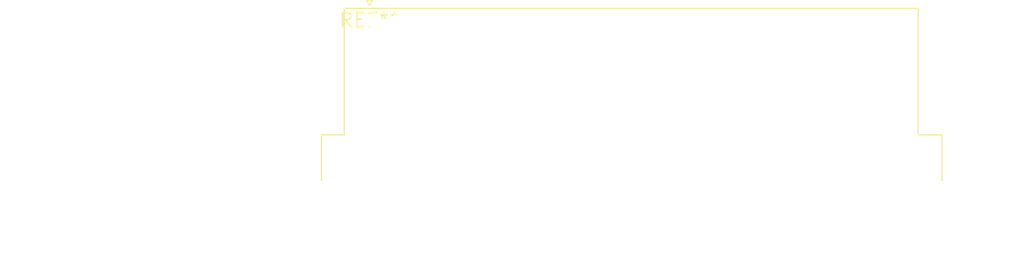
<source format=kicad_pcb>
(kicad_pcb (version 20240108) (generator pcbnew)
  (layers (0 "F.Cu" signal) (31 "B.Cu" signal) (34 "B.Paste" user) (35 "F.Paste" user) (36 "B.SilkS" user "B.Silkscreen") (37 "F.SilkS" user "F.Silkscreen") (38 "B.Mask" user) (39 "F.Mask" user) (44 "Edge.Cuts" user))
  (net 0 "")
  (footprint "DSUB-62-HD_Male_Horizontal_P2.41x2.54mm_EdgePinOffset9.40mm" (layer "F.Cu") (at 0 0)
    (property "Reference" "REF**")
    (property "Value" "DSUB-62-HD_Male_Horizontal_P2.41x2.54mm_EdgePinOffset9.40mm")
    (fp_line (start -4.315 10.32) (end -2.265 10.32) (layer "F.SilkS") (stroke (width 0.12)))
    (fp_line (start -4.315 14.42) (end -4.315 10.32) (layer "F.SilkS") (stroke (width 0.12)))
    (fp_line (start -2.265 -1.06) (end 49.26 -1.06) (layer "F.SilkS") (stroke (width 0.12)))
    (fp_line (start -2.265 10.32) (end -2.265 -1.06) (layer "F.SilkS") (stroke (width 0.12)))
    (fp_line (start -0.25 -1.754338) (end 0.25 -1.754338) (layer "F.SilkS") (stroke (width 0.12)))
    (fp_line (start 0 -1.321325) (end -0.25 -1.754338) (layer "F.SilkS") (stroke (width 0.12)))
    (fp_line (start 0.25 -1.754338) (end 0 -1.321325) (layer "F.SilkS") (stroke (width 0.12)))
    (fp_line (start 49.26 -1.06) (end 49.26 10.32) (layer "F.SilkS") (stroke (width 0.12)))
    (fp_line (start 49.26 10.32) (end 51.405 10.32) (layer "F.SilkS") (stroke (width 0.12)))
    (fp_line (start 51.405 10.32) (end 51.405 14.42) (layer "F.SilkS") (stroke (width 0.12)))
    (pad "1" thru_hole rect (at 0 0) (size 1.6 1.6) (drill 1) (layers *.Cu *.Mask) (remove_unused_layers))
    (pad "2" thru_hole circle (at 2.41 0) (size 1.6 1.6) (drill 1) (layers *.Cu *.Mask) (remove_unused_layers))
    (pad "3" thru_hole circle (at 4.82 0) (size 1.6 1.6) (drill 1) (layers *.Cu *.Mask) (remove_unused_layers))
    (pad "4" thru_hole circle (at 7.23 0) (size 1.6 1.6) (drill 1) (layers *.Cu *.Mask) (remove_unused_layers))
    (pad "5" thru_hole circle (at 9.64 0) (size 1.6 1.6) (drill 1) (layers *.Cu *.Mask) (remove_unused_layers))
    (pad "6" thru_hole circle (at 12.05 0) (size 1.6 1.6) (drill 1) (layers *.Cu *.Mask) (remove_unused_layers))
    (pad "7" thru_hole circle (at 14.46 0) (size 1.6 1.6) (drill 1) (layers *.Cu *.Mask) (remove_unused_layers))
    (pad "8" thru_hole circle (at 16.87 0) (size 1.6 1.6) (drill 1) (layers *.Cu *.Mask) (remove_unused_layers))
    (pad "9" thru_hole circle (at 19.28 0) (size 1.6 1.6) (drill 1) (layers *.Cu *.Mask) (remove_unused_layers))
    (pad "10" thru_hole circle (at 21.69 0) (size 1.6 1.6) (drill 1) (layers *.Cu *.Mask) (remove_unused_layers))
    (pad "11" thru_hole circle (at 24.1 0) (size 1.6 1.6) (drill 1) (layers *.Cu *.Mask) (remove_unused_layers))
    (pad "12" thru_hole circle (at 26.51 0) (size 1.6 1.6) (drill 1) (layers *.Cu *.Mask) (remove_unused_layers))
    (pad "13" thru_hole circle (at 28.92 0) (size 1.6 1.6) (drill 1) (layers *.Cu *.Mask) (remove_unused_layers))
    (pad "14" thru_hole circle (at 31.33 0) (size 1.6 1.6) (drill 1) (layers *.Cu *.Mask) (remove_unused_layers))
    (pad "15" thru_hole circle (at 33.74 0) (size 1.6 1.6) (drill 1) (layers *.Cu *.Mask) (remove_unused_layers))
    (pad "16" thru_hole circle (at 36.15 0) (size 1.6 1.6) (drill 1) (layers *.Cu *.Mask) (remove_unused_layers))
    (pad "17" thru_hole circle (at 38.56 0) (size 1.6 1.6) (drill 1) (layers *.Cu *.Mask) (remove_unused_layers))
    (pad "18" thru_hole circle (at 40.97 0) (size 1.6 1.6) (drill 1) (layers *.Cu *.Mask) (remove_unused_layers))
    (pad "19" thru_hole circle (at 43.38 0) (size 1.6 1.6) (drill 1) (layers *.Cu *.Mask) (remove_unused_layers))
    (pad "20" thru_hole circle (at 45.79 0) (size 1.6 1.6) (drill 1) (layers *.Cu *.Mask) (remove_unused_layers))
    (pad "21" thru_hole circle (at 48.2 0) (size 1.6 1.6) (drill 1) (layers *.Cu *.Mask) (remove_unused_layers))
    (pad "22" thru_hole circle (at -1.205 2.54) (size 1.6 1.6) (drill 1) (layers *.Cu *.Mask) (remove_unused_layers))
    (pad "23" thru_hole circle (at 1.205 2.54) (size 1.6 1.6) (drill 1) (layers *.Cu *.Mask) (remove_unused_layers))
    (pad "24" thru_hole circle (at 3.615 2.54) (size 1.6 1.6) (drill 1) (layers *.Cu *.Mask) (remove_unused_layers))
    (pad "25" thru_hole circle (at 6.025 2.54) (size 1.6 1.6) (drill 1) (layers *.Cu *.Mask) (remove_unused_layers))
    (pad "26" thru_hole circle (at 8.435 2.54) (size 1.6 1.6) (drill 1) (layers *.Cu *.Mask) (remove_unused_layers))
    (pad "27" thru_hole circle (at 10.845 2.54) (size 1.6 1.6) (drill 1) (layers *.Cu *.Mask) (remove_unused_layers))
    (pad "28" thru_hole circle (at 13.255 2.54) (size 1.6 1.6) (drill 1) (layers *.Cu *.Mask) (remove_unused_layers))
    (pad "29" thru_hole circle (at 15.665 2.54) (size 1.6 1.6) (drill 1) (layers *.Cu *.Mask) (remove_unused_layers))
    (pad "30" thru_hole circle (at 18.075 2.54) (size 1.6 1.6) (drill 1) (layers *.Cu *.Mask) (remove_unused_layers))
    (pad "31" thru_hole circle (at 20.485 2.54) (size 1.6 1.6) (drill 1) (layers *.Cu *.Mask) (remove_unused_layers))
    (pad "32" thru_hole circle (at 22.895 2.54) (size 1.6 1.6) (drill 1) (layers *.Cu *.Mask) (remove_unused_layers))
    (pad "33" thru_hole circle (at 25.305 2.54) (size 1.6 1.6) (drill 1) (layers *.Cu *.Mask) (remove_unused_layers))
    (pad "34" thru_hole circle (at 27.715 2.54) (size 1.6 1.6) (drill 1) (layers *.Cu *.Mask) (remove_unused_layers))
    (pad "35" thru_hole circle (at 30.125 2.54) (size 1.6 1.6) (drill 1) (layers *.Cu *.Mask) (remove_unused_layers))
    (pad "36" thru_hole circle (at 32.535 2.54) (size 1.6 1.6) (drill 1) (layers *.Cu *.Mask) (remove_unused_layers))
    (pad "37" thru_hole circle (at 34.945 2.54) (size 1.6 1.6) (drill 1) (layers *.Cu *.Mask) (remove_unused_layers))
    (pad "38" thru_hole circle (at 37.355 2.54) (size 1.6 1.6) (drill 1) (layers *.Cu *.Mask) (remove_unused_layers))
    (pad "39" thru_hole circle (at 39.765 2.54) (size 1.6 1.6) (drill 1) (layers *.Cu *.Mask) (remove_unused_layers))
    (pad "40" thru_hole circle (at 42.175 2.54) (size 1.6 1.6) (drill 1) (layers *.Cu *.Mask) (remove_unused_layers))
    (pad "41" thru_hole circle (at 44.585 2.54) (size 1.6 1.6) (drill 1) (layers *.Cu *.Mask) (remove_unused_layers))
    (pad "42" thru_hole circle (at 46.995 2.54) (size 1.6 1.6) (drill 1) (layers *.Cu *.Mask) (remove_unused_layers))
    (pad "43" thru_hole circle (at 0 5.08) (size 1.6 1.6) (drill 1) (layers *.Cu *.Mask) (remove_unused_layers))
    (pad "44" thru_hole circle (at 2.41 5.08) (size 1.6 1.6) (drill 1) (layers *.Cu *.Mask) (remove_unused_layers))
    (pad "45" thru_hole circle (at 4.82 5.08) (size 1.6 1.6) (drill 1) (layers *.Cu *.Mask) (remove_unused_layers))
    (pad "46" thru_hole circle (at 7.23 5.08) (size 1.6 1.6) (drill 1) (layers *.Cu *.Mask) (remove_unused_layers))
    (pad "47" thru_hole circle (at 9.64 5.08) (size 1.6 1.6) (drill 1) (layers *.Cu *.Mask) (remove_unused_layers))
    (pad "48" thru_hole circle (at 12.05 5.08) (size 1.6 1.6) (drill 1) (layers *.Cu *.Mask) (remove_unused_layers))
    (pad "49" thru_hole circle (at 14.46 5.08) (size 1.6 1.6) (drill 1) (layers *.Cu *.Mask) (remove_unused_layers))
    (pad "50" thru_hole circle (at 16.87 5.08) (size 1.6 1.6) (drill 1) (layers *.Cu *.Mask) (remove_unused_layers))
    (pad "51" thru_hole circle (at 19.28 5.08) (size 1.6 1.6) (drill 1) (layers *.Cu *.Mask) (remove_unused_layers))
    (pad "52" thru_hole circle (at 21.69 5.08) (size 1.6 1.6) (drill 1) (layers *.Cu *.Mask) (remove_unused_layers))
    (pad "53" thru_hole circle (at 24.1 5.08) (size 1.6 1.6) (drill 1) (layers *.Cu *.Mask) (remove_unused_layers))
    (pad "54" thru_hole circle (at 26.51 5.08) (size 1.6 1.6) (drill 1) (layers *.Cu *.Mask) (remove_unused_layers))
    (pad "55" thru_hole circle (at 28.92 5.08) (size 1.6 1.6) (drill 1) (layers *.Cu *.Mask) (remove_unused_layers))
    (pad "56" thru_hole circle (at 31.33 5.08) (size 1.6 1.6) (drill 1) (layers *.Cu *.Mask) (remove_unused_layers))
    (pad "57" thru_hole circle (at 33.74 5.08) (size 1.6 1.6) (drill 1) (layers *.Cu *.Mask) (remove_unused_layers))
    (pad "58" thru_hole circle (at 36.15 5.08) (size 1.6 1.6) (drill 1) (layers *.Cu *.Mask) (remove_unused_layers))
    (pad "59" thru_hole circle (at 38.56 5.08) (size 1.6 1.6) (drill 1) (layers *.Cu *.Mask) (remove_unused_layers))
    (pad "60" thru_hole circle (at 40.97 5.08) (size 1.6 1.6) (drill 1) (layers *.Cu *.Mask) (remove_unused_layers))
    (pad "61" thru_hole circle (at 43.38 5.08) (size 1.6 1.6) (drill 1) (layers *.Cu *.Mask) (remove_unused_layers))
    (pad "62" thru_hole circle (at 45.79 5.08) (size 1.6 1.6) (drill 1) (layers *.Cu *.Mask) (remove_unused_layers))
  )
)
</source>
